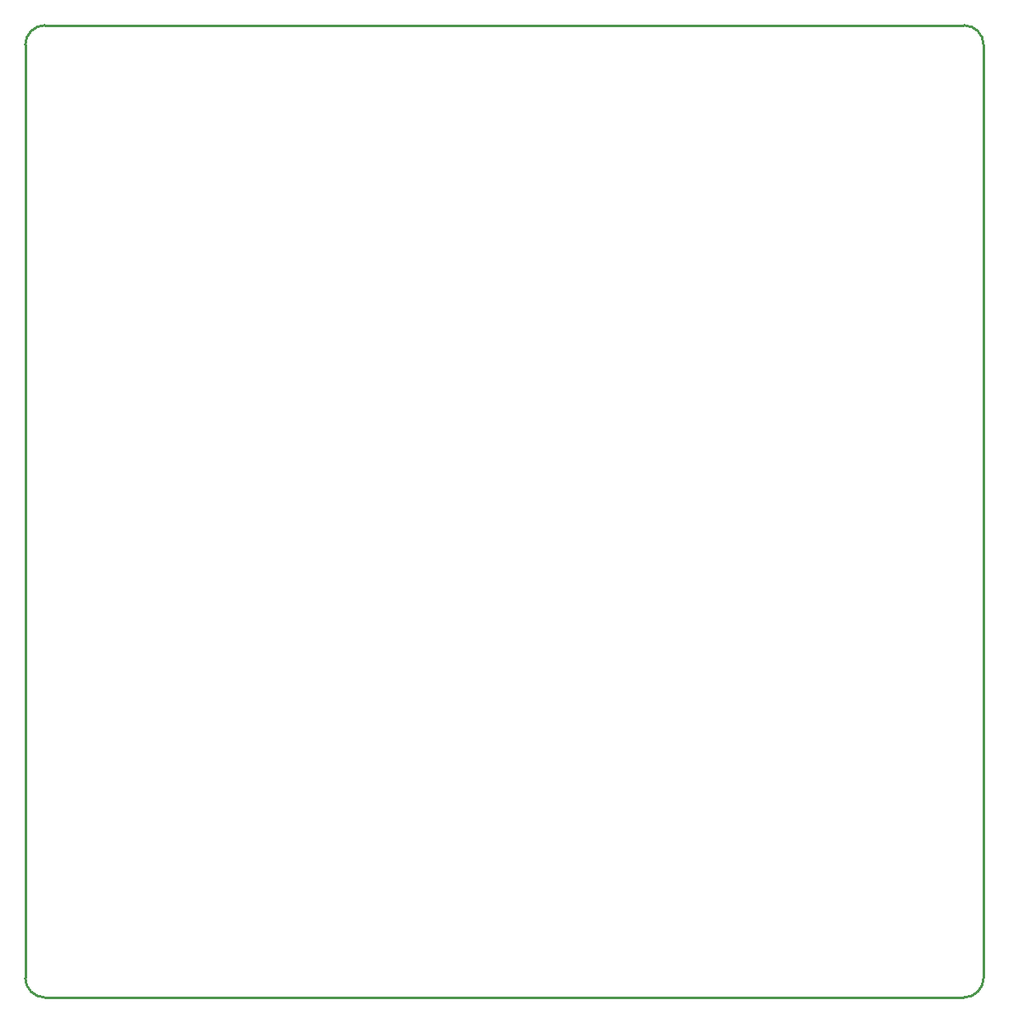
<source format=gm1>
G04*
G04 #@! TF.GenerationSoftware,Altium Limited,Altium Designer,19.0.4 (130)*
G04*
G04 Layer_Color=16711935*
%FSLAX25Y25*%
%MOIN*%
G70*
G01*
G75*
%ADD11C,0.01000*%
D11*
X387780Y385827D02*
G03*
X379921Y393686I-7859J0D01*
G01*
X7874D02*
G03*
X15Y385827I0J-7859D01*
G01*
X0Y7874D02*
G03*
X7874Y0I7874J0D01*
G01*
X379921D02*
G03*
X387795Y7874I0J7874D01*
G01*
X7844Y393686D02*
X379921D01*
X-15Y7874D02*
Y385827D01*
X7874Y-15D02*
X379906D01*
X387795Y7874D02*
Y385827D01*
X387795D02*
X387795D01*
M02*

</source>
